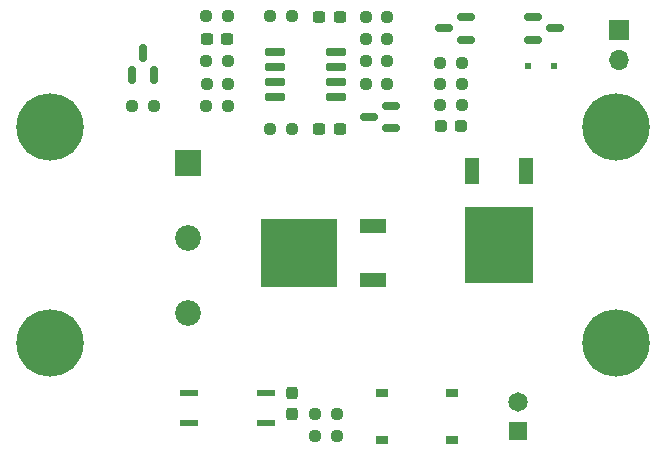
<source format=gbr>
%TF.GenerationSoftware,KiCad,Pcbnew,(6.0.8)*%
%TF.CreationDate,2022-10-20T22:21:08+02:00*%
%TF.ProjectId,WDSSR,57445353-522e-46b6-9963-61645f706362,rev?*%
%TF.SameCoordinates,PX7270e00PY4c4b400*%
%TF.FileFunction,Soldermask,Top*%
%TF.FilePolarity,Negative*%
%FSLAX45Y45*%
G04 Gerber Fmt 4.5, Leading zero omitted, Abs format (unit mm)*
G04 Created by KiCad (PCBNEW (6.0.8)) date 2022-10-20 22:21:08*
%MOMM*%
%LPD*%
G01*
G04 APERTURE LIST*
G04 Aperture macros list*
%AMRoundRect*
0 Rectangle with rounded corners*
0 $1 Rounding radius*
0 $2 $3 $4 $5 $6 $7 $8 $9 X,Y pos of 4 corners*
0 Add a 4 corners polygon primitive as box body*
4,1,4,$2,$3,$4,$5,$6,$7,$8,$9,$2,$3,0*
0 Add four circle primitives for the rounded corners*
1,1,$1+$1,$2,$3*
1,1,$1+$1,$4,$5*
1,1,$1+$1,$6,$7*
1,1,$1+$1,$8,$9*
0 Add four rect primitives between the rounded corners*
20,1,$1+$1,$2,$3,$4,$5,0*
20,1,$1+$1,$4,$5,$6,$7,0*
20,1,$1+$1,$6,$7,$8,$9,0*
20,1,$1+$1,$8,$9,$2,$3,0*%
G04 Aperture macros list end*
%ADD10R,2.200000X1.200000*%
%ADD11R,6.400000X5.800000*%
%ADD12C,5.700000*%
%ADD13R,1.000000X0.700000*%
%ADD14RoundRect,0.237500X-0.237500X0.287500X-0.237500X-0.287500X0.237500X-0.287500X0.237500X0.287500X0*%
%ADD15RoundRect,0.137500X0.662500X0.137500X-0.662500X0.137500X-0.662500X-0.137500X0.662500X-0.137500X0*%
%ADD16RoundRect,0.150000X0.150000X-0.587500X0.150000X0.587500X-0.150000X0.587500X-0.150000X-0.587500X0*%
%ADD17R,2.175000X2.175000*%
%ADD18C,2.175000*%
%ADD19R,1.650000X1.650000*%
%ADD20C,1.650000*%
%ADD21R,1.200000X2.200000*%
%ADD22R,5.800000X6.400000*%
%ADD23R,1.700000X1.700000*%
%ADD24O,1.700000X1.700000*%
%ADD25RoundRect,0.237500X-0.250000X-0.237500X0.250000X-0.237500X0.250000X0.237500X-0.250000X0.237500X0*%
%ADD26RoundRect,0.237500X0.250000X0.237500X-0.250000X0.237500X-0.250000X-0.237500X0.250000X-0.237500X0*%
%ADD27RoundRect,0.150000X-0.587500X-0.150000X0.587500X-0.150000X0.587500X0.150000X-0.587500X0.150000X0*%
%ADD28RoundRect,0.237500X0.300000X0.237500X-0.300000X0.237500X-0.300000X-0.237500X0.300000X-0.237500X0*%
%ADD29RoundRect,0.150000X-0.725000X-0.150000X0.725000X-0.150000X0.725000X0.150000X-0.725000X0.150000X0*%
%ADD30RoundRect,0.150000X0.587500X0.150000X-0.587500X0.150000X-0.587500X-0.150000X0.587500X-0.150000X0*%
%ADD31RoundRect,0.237500X-0.300000X-0.237500X0.300000X-0.237500X0.300000X0.237500X-0.300000X0.237500X0*%
%ADD32RoundRect,0.237500X-0.287500X-0.237500X0.287500X-0.237500X0.287500X0.237500X-0.287500X0.237500X0*%
%ADD33R,0.500000X0.500000*%
G04 APERTURE END LIST*
D10*
X3040000Y-2378000D03*
D11*
X2410000Y-2150000D03*
D10*
X3040000Y-1922000D03*
D12*
X300000Y-1088000D03*
X300000Y-2913000D03*
X5100000Y-1088000D03*
X5100000Y-2913000D03*
D13*
X3111500Y-3336000D03*
X3111500Y-3736000D03*
X3706500Y-3736000D03*
X3706500Y-3336000D03*
D14*
X2356000Y-3339500D03*
X2356000Y-3514500D03*
D15*
X2134000Y-3594000D03*
X2134000Y-3340000D03*
X1484000Y-3340000D03*
X1484000Y-3594000D03*
D16*
X995000Y-643750D03*
X1185000Y-643750D03*
X1090000Y-456250D03*
D17*
X1473000Y-1389000D03*
D18*
X1473000Y-2024000D03*
X1473000Y-2659000D03*
D19*
X4270000Y-3662000D03*
D20*
X4270000Y-3412000D03*
D21*
X4333000Y-1459000D03*
D22*
X4105000Y-2089000D03*
D21*
X3877000Y-1459000D03*
D23*
X5120000Y-262500D03*
D24*
X5120000Y-516500D03*
D25*
X2547750Y-3515000D03*
X2730250Y-3515000D03*
D26*
X2732250Y-3705000D03*
X2549750Y-3705000D03*
D27*
X4396250Y-155000D03*
X4396250Y-345000D03*
X4583750Y-250000D03*
D26*
X3791250Y-540000D03*
X3608750Y-540000D03*
D28*
X2756250Y-1100000D03*
X2583750Y-1100000D03*
D25*
X2168750Y-150000D03*
X2351250Y-150000D03*
D28*
X1805250Y-339000D03*
X1632750Y-339000D03*
D29*
X2212500Y-449500D03*
X2212500Y-576500D03*
X2212500Y-703500D03*
X2212500Y-830500D03*
X2727500Y-830500D03*
X2727500Y-703500D03*
X2727500Y-576500D03*
X2727500Y-449500D03*
D30*
X3823750Y-345000D03*
X3823750Y-155000D03*
X3636250Y-250000D03*
D26*
X2351250Y-1100000D03*
X2168750Y-1100000D03*
D25*
X1628750Y-149000D03*
X1811250Y-149000D03*
X998750Y-910000D03*
X1181250Y-910000D03*
D26*
X3160250Y-343000D03*
X2977750Y-343000D03*
D25*
X3608750Y-900000D03*
X3791250Y-900000D03*
D26*
X3161250Y-720000D03*
X2978750Y-720000D03*
X1811250Y-530000D03*
X1628750Y-530000D03*
D30*
X3193750Y-1095000D03*
X3193750Y-905000D03*
X3006250Y-1000000D03*
D25*
X3608750Y-720000D03*
X3791250Y-720000D03*
D31*
X2583750Y-151000D03*
X2756250Y-151000D03*
D25*
X2978750Y-153000D03*
X3161250Y-153000D03*
D26*
X1812250Y-720000D03*
X1629750Y-720000D03*
D25*
X2978750Y-528000D03*
X3161250Y-528000D03*
D32*
X3612500Y-1080000D03*
X3787500Y-1080000D03*
D25*
X1628750Y-910000D03*
X1811250Y-910000D03*
D33*
X4350000Y-570000D03*
X4570000Y-570000D03*
M02*

</source>
